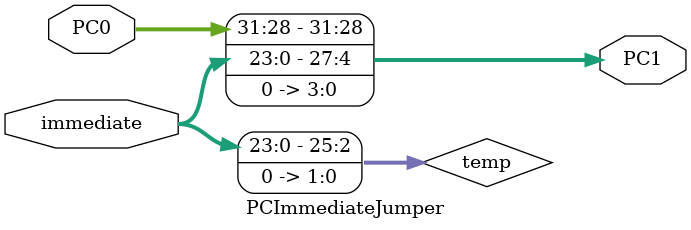
<source format=v>
`timescale 1ns / 1ps
module PCImmediateJumper(
    input [31:0] PC0,
    input [25:0] immediate,
    output reg [31:0] PC1
    );
    
	 reg [25:0] temp;
    always @(immediate) begin
	     temp = immediate << 2;
	     PC1 = {PC0[31:28], temp, 2 'b00};
	 end
endmodule

</source>
